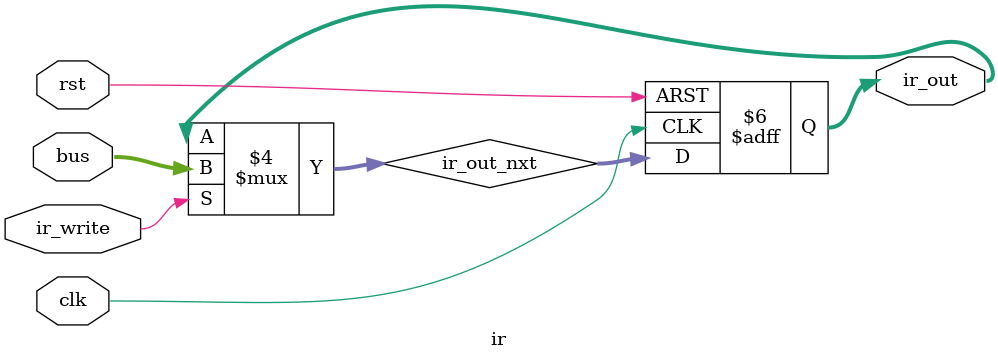
<source format=v>
module ir(
    input clk,
    input rst,
    input ir_write,
    input [15:0]bus,
    output reg [15:0]ir_out
);

reg [15:0]ir_out_nxt;

////////////// flops
always @(posedge clk or posedge rst ) begin
        if(rst)
            ir_out <= 0;
        else
            ir_out <= ir_out_nxt ;
end

///////////// comb
always @(*) begin
    if(ir_write)
        ir_out_nxt = bus;
    else
        ir_out_nxt = ir_out ;
end


endmodule
</source>
